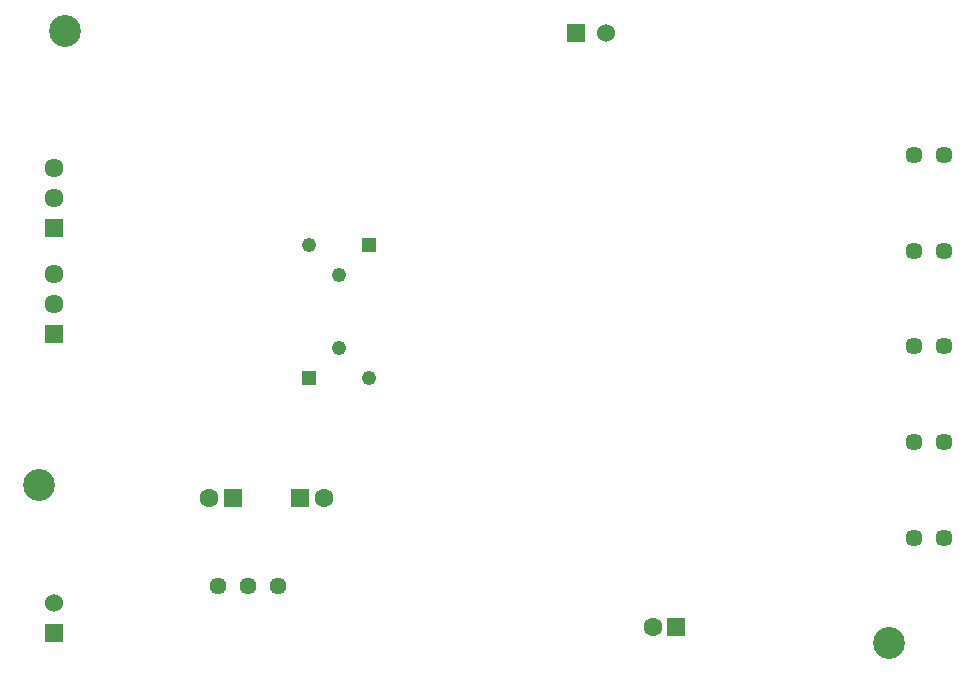
<source format=gbr>
%TF.GenerationSoftware,KiCad,Pcbnew,9.0.2*%
%TF.CreationDate,2025-06-08T00:01:42+02:00*%
%TF.ProjectId,bspdv3,62737064-7633-42e6-9b69-6361645f7063,rev?*%
%TF.SameCoordinates,Original*%
%TF.FileFunction,Soldermask,Bot*%
%TF.FilePolarity,Negative*%
%FSLAX46Y46*%
G04 Gerber Fmt 4.6, Leading zero omitted, Abs format (unit mm)*
G04 Created by KiCad (PCBNEW 9.0.2) date 2025-06-08 00:01:42*
%MOMM*%
%LPD*%
G01*
G04 APERTURE LIST*
%ADD10R,1.530000X1.530000*%
%ADD11C,1.530000*%
%ADD12C,1.440000*%
%ADD13C,1.447000*%
%ADD14R,1.600000X1.600000*%
%ADD15C,1.600000*%
%ADD16R,1.217000X1.217000*%
%ADD17C,1.217000*%
%ADD18C,2.700000*%
%ADD19R,1.610000X1.610000*%
%ADD20C,1.610000*%
G04 APERTURE END LIST*
D10*
%TO.C,J3*%
X73460000Y-26710000D03*
D11*
X76000000Y-26710000D03*
%TD*%
D12*
%TO.C,U2*%
X48198500Y-73506000D03*
X45658500Y-73506000D03*
X43118500Y-73506000D03*
%TD*%
D13*
%TO.C,LED1*%
X104580000Y-69430000D03*
X102040000Y-69430000D03*
%TD*%
D14*
%TO.C,C1*%
X81915000Y-76960000D03*
D15*
X79915000Y-76960000D03*
%TD*%
D16*
%TO.C,RV1*%
X50800000Y-55880000D03*
D17*
X53340000Y-53340000D03*
X55880000Y-55880000D03*
%TD*%
D18*
%TO.C,H2*%
X27970000Y-64970000D03*
%TD*%
D13*
%TO.C,LED5*%
X104580000Y-37030000D03*
X102040000Y-37030000D03*
%TD*%
D19*
%TO.C,J1*%
X29210000Y-52195000D03*
D20*
X29210000Y-49655000D03*
X29210000Y-47115000D03*
%TD*%
D13*
%TO.C,LED3*%
X104580000Y-53230000D03*
X102040000Y-53230000D03*
%TD*%
D19*
%TO.C,J2*%
X29210000Y-43180000D03*
D20*
X29210000Y-40640000D03*
X29210000Y-38100000D03*
%TD*%
D14*
%TO.C,C4*%
X50070000Y-66040000D03*
D15*
X52070000Y-66040000D03*
%TD*%
D13*
%TO.C,LED2*%
X104580000Y-61330000D03*
X102040000Y-61330000D03*
%TD*%
D18*
%TO.C,H3*%
X30140000Y-26570000D03*
%TD*%
D14*
%TO.C,C5*%
X44360200Y-66040000D03*
D15*
X42360200Y-66040000D03*
%TD*%
D16*
%TO.C,RV2*%
X55920000Y-44655000D03*
D17*
X53380000Y-47195000D03*
X50840000Y-44655000D03*
%TD*%
D18*
%TO.C,H1*%
X99950000Y-78350000D03*
%TD*%
D13*
%TO.C,LED4*%
X104580000Y-45130000D03*
X102040000Y-45130000D03*
%TD*%
D10*
%TO.C,J4*%
X29210000Y-77470000D03*
D11*
X29210000Y-74930000D03*
%TD*%
M02*

</source>
